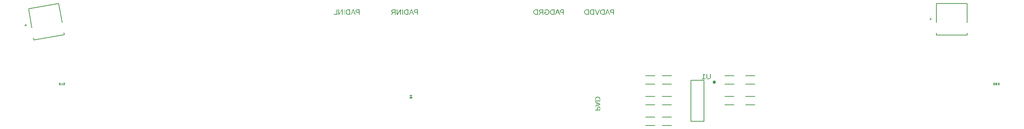
<source format=gbr>
G04 EAGLE Gerber RS-274X export*
G75*
%MOMM*%
%FSLAX34Y34*%
%LPD*%
%INSilkscreen Bottom*%
%IPPOS*%
%AMOC8*
5,1,8,0,0,1.08239X$1,22.5*%
G01*
G04 Define Apertures*
%ADD10C,0.127000*%
%ADD11C,0.152400*%
%ADD12C,0.406400*%
G36*
X1620281Y528665D02*
X1607940Y528665D01*
X1607940Y533281D01*
X1607952Y533721D01*
X1607988Y534148D01*
X1608047Y534562D01*
X1608130Y534963D01*
X1608238Y535350D01*
X1608369Y535725D01*
X1608523Y536086D01*
X1608702Y536434D01*
X1608903Y536766D01*
X1609125Y537078D01*
X1609368Y537371D01*
X1609631Y537645D01*
X1609916Y537899D01*
X1610222Y538134D01*
X1610548Y538349D01*
X1610896Y538545D01*
X1611261Y538719D01*
X1611642Y538871D01*
X1612037Y538998D01*
X1612447Y539103D01*
X1612872Y539185D01*
X1613313Y539243D01*
X1613768Y539278D01*
X1614237Y539289D01*
X1614595Y539283D01*
X1614941Y539263D01*
X1615278Y539229D01*
X1615604Y539183D01*
X1615920Y539123D01*
X1616225Y539050D01*
X1616520Y538963D01*
X1616805Y538863D01*
X1617079Y538750D01*
X1617343Y538624D01*
X1617596Y538484D01*
X1617840Y538331D01*
X1618072Y538165D01*
X1618295Y537985D01*
X1618507Y537792D01*
X1618709Y537586D01*
X1618899Y537367D01*
X1619077Y537138D01*
X1619243Y536897D01*
X1619396Y536644D01*
X1619538Y536381D01*
X1619667Y536107D01*
X1619783Y535821D01*
X1619888Y535524D01*
X1619980Y535216D01*
X1620060Y534897D01*
X1620127Y534567D01*
X1620183Y534225D01*
X1620226Y533872D01*
X1620256Y533508D01*
X1620275Y533133D01*
X1620281Y532747D01*
X1620281Y528665D01*
G37*
%LPC*%
G36*
X1618941Y530338D02*
X1618941Y532712D01*
X1618922Y533290D01*
X1618865Y533832D01*
X1618771Y534340D01*
X1618640Y534813D01*
X1618470Y535250D01*
X1618263Y535652D01*
X1618019Y536019D01*
X1617736Y536351D01*
X1617418Y536645D01*
X1617066Y536901D01*
X1616680Y537117D01*
X1616260Y537293D01*
X1615805Y537431D01*
X1615317Y537529D01*
X1614794Y537588D01*
X1614237Y537608D01*
X1613863Y537599D01*
X1613501Y537573D01*
X1613151Y537530D01*
X1612814Y537470D01*
X1612490Y537392D01*
X1612178Y537297D01*
X1611879Y537185D01*
X1611592Y537056D01*
X1611320Y536910D01*
X1611065Y536750D01*
X1610825Y536575D01*
X1610603Y536385D01*
X1610396Y536180D01*
X1610206Y535960D01*
X1610033Y535725D01*
X1609876Y535475D01*
X1609736Y535213D01*
X1609615Y534940D01*
X1609513Y534657D01*
X1609429Y534364D01*
X1609364Y534060D01*
X1609317Y533747D01*
X1609289Y533423D01*
X1609280Y533088D01*
X1609280Y530338D01*
X1618941Y530338D01*
G37*
%LPD*%
G36*
X1620281Y506071D02*
X1607940Y506071D01*
X1607940Y507744D01*
X1612748Y507744D01*
X1612748Y511370D01*
X1612765Y511848D01*
X1612813Y512300D01*
X1612894Y512727D01*
X1613007Y513128D01*
X1613152Y513503D01*
X1613330Y513853D01*
X1613540Y514177D01*
X1613782Y514475D01*
X1614052Y514743D01*
X1614344Y514975D01*
X1614658Y515172D01*
X1614995Y515333D01*
X1615354Y515458D01*
X1615736Y515547D01*
X1616140Y515600D01*
X1616567Y515618D01*
X1616997Y515600D01*
X1617402Y515547D01*
X1617782Y515458D01*
X1618137Y515334D01*
X1618467Y515173D01*
X1618773Y514978D01*
X1619053Y514747D01*
X1619309Y514480D01*
X1619536Y514180D01*
X1619734Y513852D01*
X1619901Y513494D01*
X1620038Y513107D01*
X1620144Y512690D01*
X1620220Y512245D01*
X1620266Y511770D01*
X1620281Y511265D01*
X1620281Y506071D01*
G37*
%LPC*%
G36*
X1618941Y507744D02*
X1618941Y511064D01*
X1618931Y511412D01*
X1618903Y511737D01*
X1618857Y512040D01*
X1618791Y512321D01*
X1618707Y512579D01*
X1618604Y512814D01*
X1618483Y513028D01*
X1618343Y513218D01*
X1618184Y513387D01*
X1618007Y513533D01*
X1617811Y513656D01*
X1617596Y513757D01*
X1617362Y513836D01*
X1617110Y513892D01*
X1616839Y513925D01*
X1616550Y513937D01*
X1616249Y513926D01*
X1615969Y513893D01*
X1615707Y513838D01*
X1615465Y513761D01*
X1615243Y513663D01*
X1615039Y513542D01*
X1614855Y513400D01*
X1614691Y513236D01*
X1614545Y513050D01*
X1614420Y512842D01*
X1614313Y512612D01*
X1614226Y512360D01*
X1614158Y512086D01*
X1614110Y511791D01*
X1614081Y511473D01*
X1614071Y511134D01*
X1614071Y507744D01*
X1618941Y507744D01*
G37*
%LPD*%
G36*
X1607940Y515260D02*
X1607940Y516994D01*
X1611549Y518413D01*
X1611549Y524036D01*
X1607940Y525446D01*
X1607940Y527154D01*
X1620281Y522197D01*
X1620281Y520296D01*
X1607940Y515260D01*
G37*
%LPC*%
G36*
X1612854Y518921D02*
X1616909Y520498D01*
X1617944Y520874D01*
X1618774Y521146D01*
X1619020Y521225D01*
X1618293Y521461D01*
X1617570Y521706D01*
X1616926Y521952D01*
X1612854Y523537D01*
X1612854Y518921D01*
G37*
%LPD*%
G36*
X243145Y709182D02*
X242797Y711762D01*
X240657Y710433D01*
X240065Y711520D01*
X242369Y712575D01*
X240362Y714427D01*
X241278Y715229D01*
X243013Y713258D01*
X243915Y715712D01*
X245051Y715272D01*
X243835Y712834D01*
X246379Y712633D01*
X246191Y711426D01*
X243758Y711913D01*
X244318Y709388D01*
X243145Y709182D01*
G37*
G36*
X1880023Y581867D02*
X1879635Y581876D01*
X1879260Y581903D01*
X1878898Y581948D01*
X1878548Y582011D01*
X1878212Y582092D01*
X1877889Y582190D01*
X1877579Y582307D01*
X1877282Y582442D01*
X1876999Y582593D01*
X1876733Y582761D01*
X1876484Y582945D01*
X1876251Y583145D01*
X1876034Y583361D01*
X1875834Y583593D01*
X1875650Y583840D01*
X1875483Y584104D01*
X1875334Y584383D01*
X1875205Y584674D01*
X1875095Y584978D01*
X1875006Y585295D01*
X1874936Y585625D01*
X1874887Y585968D01*
X1874857Y586324D01*
X1874847Y586693D01*
X1874847Y594405D01*
X1876514Y594405D01*
X1876514Y586789D01*
X1876528Y586366D01*
X1876572Y585969D01*
X1876644Y585598D01*
X1876745Y585253D01*
X1876876Y584934D01*
X1877035Y584642D01*
X1877223Y584375D01*
X1877440Y584135D01*
X1877683Y583922D01*
X1877949Y583738D01*
X1878238Y583582D01*
X1878551Y583454D01*
X1878886Y583355D01*
X1879245Y583284D01*
X1879627Y583241D01*
X1880032Y583227D01*
X1880426Y583241D01*
X1880796Y583282D01*
X1881142Y583350D01*
X1881465Y583446D01*
X1881763Y583570D01*
X1882038Y583721D01*
X1882288Y583899D01*
X1882515Y584104D01*
X1882717Y584337D01*
X1882891Y584594D01*
X1883039Y584877D01*
X1883160Y585186D01*
X1883254Y585520D01*
X1883321Y585879D01*
X1883362Y586265D01*
X1883375Y586675D01*
X1883375Y594405D01*
X1885051Y594405D01*
X1885051Y586535D01*
X1885041Y586177D01*
X1885012Y585832D01*
X1884963Y585499D01*
X1884895Y585179D01*
X1884808Y584872D01*
X1884700Y584577D01*
X1884574Y584295D01*
X1884428Y584025D01*
X1884264Y583770D01*
X1884085Y583530D01*
X1883889Y583306D01*
X1883678Y583098D01*
X1883450Y582905D01*
X1883207Y582727D01*
X1882948Y582566D01*
X1882673Y582420D01*
X1882384Y582290D01*
X1882083Y582178D01*
X1881770Y582083D01*
X1881445Y582005D01*
X1881108Y581945D01*
X1880758Y581902D01*
X1880397Y581876D01*
X1880023Y581867D01*
G37*
G36*
X1872100Y582043D02*
X1864352Y582043D01*
X1864352Y583385D01*
X1867362Y583385D01*
X1867362Y594405D01*
X1868818Y594405D01*
X1871740Y592396D01*
X1871740Y590904D01*
X1868950Y592896D01*
X1868950Y583385D01*
X1872100Y583385D01*
X1872100Y582043D01*
G37*
G36*
X1020695Y737780D02*
X1016079Y737780D01*
X1015639Y737792D01*
X1015212Y737828D01*
X1014798Y737887D01*
X1014397Y737970D01*
X1014010Y738078D01*
X1013635Y738209D01*
X1013274Y738363D01*
X1012926Y738542D01*
X1012594Y738743D01*
X1012282Y738965D01*
X1011989Y739208D01*
X1011715Y739471D01*
X1011461Y739756D01*
X1011226Y740062D01*
X1011011Y740388D01*
X1010815Y740736D01*
X1010641Y741101D01*
X1010489Y741482D01*
X1010362Y741877D01*
X1010257Y742287D01*
X1010175Y742712D01*
X1010117Y743153D01*
X1010082Y743608D01*
X1010071Y744077D01*
X1010077Y744435D01*
X1010097Y744781D01*
X1010131Y745118D01*
X1010177Y745444D01*
X1010237Y745760D01*
X1010310Y746065D01*
X1010397Y746360D01*
X1010497Y746645D01*
X1010610Y746919D01*
X1010736Y747183D01*
X1010876Y747436D01*
X1011029Y747680D01*
X1011195Y747912D01*
X1011375Y748135D01*
X1011568Y748347D01*
X1011774Y748549D01*
X1011993Y748739D01*
X1012223Y748917D01*
X1012463Y749083D01*
X1012716Y749236D01*
X1012979Y749378D01*
X1013253Y749507D01*
X1013539Y749623D01*
X1013836Y749728D01*
X1014144Y749820D01*
X1014463Y749900D01*
X1014793Y749967D01*
X1015135Y750023D01*
X1015488Y750066D01*
X1015852Y750096D01*
X1016227Y750115D01*
X1016613Y750121D01*
X1020695Y750121D01*
X1020695Y737780D01*
G37*
%LPC*%
G36*
X1019022Y739120D02*
X1019022Y748781D01*
X1016648Y748781D01*
X1016070Y748762D01*
X1015528Y748705D01*
X1015020Y748611D01*
X1014547Y748480D01*
X1014110Y748310D01*
X1013708Y748103D01*
X1013341Y747859D01*
X1013009Y747576D01*
X1012715Y747258D01*
X1012459Y746906D01*
X1012243Y746520D01*
X1012067Y746100D01*
X1011929Y745645D01*
X1011831Y745157D01*
X1011772Y744634D01*
X1011752Y744077D01*
X1011761Y743703D01*
X1011787Y743341D01*
X1011830Y742991D01*
X1011890Y742654D01*
X1011968Y742330D01*
X1012063Y742018D01*
X1012175Y741719D01*
X1012304Y741432D01*
X1012450Y741160D01*
X1012610Y740905D01*
X1012785Y740665D01*
X1012975Y740443D01*
X1013180Y740236D01*
X1013400Y740046D01*
X1013635Y739873D01*
X1013885Y739716D01*
X1014147Y739576D01*
X1014420Y739455D01*
X1014703Y739353D01*
X1014996Y739269D01*
X1015300Y739204D01*
X1015614Y739157D01*
X1015938Y739129D01*
X1016272Y739120D01*
X1019022Y739120D01*
G37*
%LPD*%
G36*
X1043289Y737780D02*
X1041616Y737780D01*
X1041616Y742588D01*
X1037990Y742588D01*
X1037512Y742605D01*
X1037060Y742653D01*
X1036633Y742734D01*
X1036232Y742847D01*
X1035857Y742992D01*
X1035507Y743170D01*
X1035183Y743380D01*
X1034885Y743622D01*
X1034617Y743892D01*
X1034385Y744184D01*
X1034188Y744498D01*
X1034028Y744835D01*
X1033903Y745194D01*
X1033813Y745576D01*
X1033760Y745980D01*
X1033742Y746407D01*
X1033760Y746837D01*
X1033813Y747242D01*
X1033902Y747622D01*
X1034026Y747977D01*
X1034187Y748307D01*
X1034382Y748613D01*
X1034614Y748893D01*
X1034880Y749149D01*
X1035180Y749376D01*
X1035508Y749574D01*
X1035866Y749741D01*
X1036253Y749878D01*
X1036670Y749984D01*
X1037115Y750060D01*
X1037590Y750106D01*
X1038095Y750121D01*
X1043289Y750121D01*
X1043289Y737780D01*
G37*
%LPC*%
G36*
X1041616Y743911D02*
X1041616Y748781D01*
X1038296Y748781D01*
X1037948Y748771D01*
X1037623Y748743D01*
X1037320Y748697D01*
X1037039Y748631D01*
X1036781Y748547D01*
X1036546Y748444D01*
X1036332Y748323D01*
X1036142Y748183D01*
X1035973Y748024D01*
X1035827Y747847D01*
X1035704Y747651D01*
X1035603Y747436D01*
X1035524Y747202D01*
X1035468Y746950D01*
X1035435Y746679D01*
X1035423Y746390D01*
X1035434Y746089D01*
X1035467Y745809D01*
X1035522Y745547D01*
X1035599Y745305D01*
X1035697Y745083D01*
X1035818Y744879D01*
X1035960Y744695D01*
X1036124Y744531D01*
X1036310Y744385D01*
X1036518Y744260D01*
X1036748Y744153D01*
X1037000Y744066D01*
X1037274Y743998D01*
X1037569Y743950D01*
X1037887Y743921D01*
X1038226Y743911D01*
X1041616Y743911D01*
G37*
%LPD*%
G36*
X1023914Y737780D02*
X1022206Y737780D01*
X1027163Y750121D01*
X1029064Y750121D01*
X1034100Y737780D01*
X1032366Y737780D01*
X1030947Y741389D01*
X1025324Y741389D01*
X1023914Y737780D01*
G37*
%LPC*%
G36*
X1030439Y742694D02*
X1028862Y746749D01*
X1028486Y747784D01*
X1028214Y748614D01*
X1028135Y748860D01*
X1027899Y748133D01*
X1027654Y747410D01*
X1027408Y746766D01*
X1025823Y742694D01*
X1030439Y742694D01*
G37*
%LPD*%
G36*
X994752Y737780D02*
X992738Y737780D01*
X992738Y750121D01*
X994244Y750121D01*
X994244Y742028D01*
X994218Y741021D01*
X994139Y739540D01*
X1000813Y750121D01*
X1002757Y750121D01*
X1002757Y737780D01*
X1001268Y737780D01*
X1001268Y745978D01*
X1001312Y747441D01*
X1001356Y748290D01*
X994752Y737780D01*
G37*
G36*
X989789Y737780D02*
X981880Y737780D01*
X981880Y739146D01*
X988116Y739146D01*
X988116Y750121D01*
X989789Y750121D01*
X989789Y737780D01*
G37*
G36*
X1007542Y737780D02*
X1005869Y737780D01*
X1005869Y750121D01*
X1007542Y750121D01*
X1007542Y737780D01*
G37*
G36*
X1160695Y737780D02*
X1156079Y737780D01*
X1155639Y737792D01*
X1155212Y737828D01*
X1154798Y737887D01*
X1154397Y737970D01*
X1154010Y738078D01*
X1153635Y738209D01*
X1153274Y738363D01*
X1152926Y738542D01*
X1152594Y738743D01*
X1152282Y738965D01*
X1151989Y739208D01*
X1151715Y739471D01*
X1151461Y739756D01*
X1151226Y740062D01*
X1151011Y740388D01*
X1150815Y740736D01*
X1150641Y741101D01*
X1150489Y741482D01*
X1150362Y741877D01*
X1150257Y742287D01*
X1150175Y742712D01*
X1150117Y743153D01*
X1150082Y743608D01*
X1150071Y744077D01*
X1150077Y744435D01*
X1150097Y744781D01*
X1150131Y745118D01*
X1150177Y745444D01*
X1150237Y745760D01*
X1150310Y746065D01*
X1150397Y746360D01*
X1150497Y746645D01*
X1150610Y746919D01*
X1150736Y747183D01*
X1150876Y747436D01*
X1151029Y747680D01*
X1151195Y747912D01*
X1151375Y748135D01*
X1151568Y748347D01*
X1151774Y748549D01*
X1151993Y748739D01*
X1152223Y748917D01*
X1152463Y749083D01*
X1152716Y749236D01*
X1152979Y749378D01*
X1153253Y749507D01*
X1153539Y749623D01*
X1153836Y749728D01*
X1154144Y749820D01*
X1154463Y749900D01*
X1154793Y749967D01*
X1155135Y750023D01*
X1155488Y750066D01*
X1155852Y750096D01*
X1156227Y750115D01*
X1156613Y750121D01*
X1160695Y750121D01*
X1160695Y737780D01*
G37*
%LPC*%
G36*
X1159022Y739120D02*
X1159022Y748781D01*
X1156648Y748781D01*
X1156070Y748762D01*
X1155528Y748705D01*
X1155020Y748611D01*
X1154547Y748480D01*
X1154110Y748310D01*
X1153708Y748103D01*
X1153341Y747859D01*
X1153009Y747576D01*
X1152715Y747258D01*
X1152459Y746906D01*
X1152243Y746520D01*
X1152067Y746100D01*
X1151929Y745645D01*
X1151831Y745157D01*
X1151772Y744634D01*
X1151752Y744077D01*
X1151761Y743703D01*
X1151787Y743341D01*
X1151830Y742991D01*
X1151890Y742654D01*
X1151968Y742330D01*
X1152063Y742018D01*
X1152175Y741719D01*
X1152304Y741432D01*
X1152450Y741160D01*
X1152610Y740905D01*
X1152785Y740665D01*
X1152975Y740443D01*
X1153180Y740236D01*
X1153400Y740046D01*
X1153635Y739873D01*
X1153885Y739716D01*
X1154147Y739576D01*
X1154420Y739455D01*
X1154703Y739353D01*
X1154996Y739269D01*
X1155300Y739204D01*
X1155614Y739157D01*
X1155938Y739129D01*
X1156272Y739120D01*
X1159022Y739120D01*
G37*
%LPD*%
G36*
X1121065Y737780D02*
X1119138Y737780D01*
X1121150Y740833D01*
X1122642Y743096D01*
X1122299Y743169D01*
X1121975Y743262D01*
X1121670Y743378D01*
X1121384Y743515D01*
X1121228Y743607D01*
X1121117Y743673D01*
X1120869Y743854D01*
X1120640Y744055D01*
X1120430Y744279D01*
X1120242Y744520D01*
X1120079Y744775D01*
X1119942Y745043D01*
X1119829Y745325D01*
X1119741Y745621D01*
X1119679Y745931D01*
X1119641Y746254D01*
X1119629Y746591D01*
X1119646Y746996D01*
X1119700Y747377D01*
X1119788Y747736D01*
X1119912Y748072D01*
X1120072Y748386D01*
X1120267Y748676D01*
X1120497Y748943D01*
X1120763Y749188D01*
X1121061Y749407D01*
X1121389Y749596D01*
X1121747Y749756D01*
X1122135Y749888D01*
X1122552Y749990D01*
X1122999Y750062D01*
X1123475Y750106D01*
X1123982Y750121D01*
X1129789Y750121D01*
X1129789Y737780D01*
X1128116Y737780D01*
X1128116Y742904D01*
X1124271Y742904D01*
X1121065Y737780D01*
G37*
%LPC*%
G36*
X1128116Y744226D02*
X1128116Y748781D01*
X1124148Y748781D01*
X1123814Y748772D01*
X1123501Y748745D01*
X1123207Y748701D01*
X1122934Y748640D01*
X1122681Y748560D01*
X1122448Y748463D01*
X1122235Y748348D01*
X1122042Y748216D01*
X1121870Y748067D01*
X1121722Y747901D01*
X1121596Y747720D01*
X1121493Y747523D01*
X1121413Y747310D01*
X1121356Y747080D01*
X1121322Y746835D01*
X1121310Y746574D01*
X1121322Y746303D01*
X1121355Y746048D01*
X1121412Y745809D01*
X1121491Y745585D01*
X1121593Y745376D01*
X1121717Y745183D01*
X1121864Y745006D01*
X1122033Y744844D01*
X1122223Y744699D01*
X1122432Y744574D01*
X1122659Y744467D01*
X1122905Y744381D01*
X1123170Y744313D01*
X1123454Y744265D01*
X1123757Y744236D01*
X1124078Y744226D01*
X1128116Y744226D01*
G37*
%LPD*%
G36*
X1183289Y737780D02*
X1181616Y737780D01*
X1181616Y742588D01*
X1177990Y742588D01*
X1177512Y742605D01*
X1177060Y742653D01*
X1176633Y742734D01*
X1176232Y742847D01*
X1175857Y742992D01*
X1175507Y743170D01*
X1175183Y743380D01*
X1174885Y743622D01*
X1174617Y743892D01*
X1174385Y744184D01*
X1174188Y744498D01*
X1174028Y744835D01*
X1173903Y745194D01*
X1173813Y745576D01*
X1173760Y745980D01*
X1173742Y746407D01*
X1173760Y746837D01*
X1173813Y747242D01*
X1173902Y747622D01*
X1174026Y747977D01*
X1174187Y748307D01*
X1174382Y748613D01*
X1174614Y748893D01*
X1174880Y749149D01*
X1175180Y749376D01*
X1175508Y749574D01*
X1175866Y749741D01*
X1176253Y749878D01*
X1176670Y749984D01*
X1177115Y750060D01*
X1177590Y750106D01*
X1178095Y750121D01*
X1183289Y750121D01*
X1183289Y737780D01*
G37*
%LPC*%
G36*
X1181616Y743911D02*
X1181616Y748781D01*
X1178296Y748781D01*
X1177948Y748771D01*
X1177623Y748743D01*
X1177320Y748697D01*
X1177039Y748631D01*
X1176781Y748547D01*
X1176546Y748444D01*
X1176332Y748323D01*
X1176142Y748183D01*
X1175973Y748024D01*
X1175827Y747847D01*
X1175704Y747651D01*
X1175603Y747436D01*
X1175524Y747202D01*
X1175468Y746950D01*
X1175435Y746679D01*
X1175423Y746390D01*
X1175434Y746089D01*
X1175467Y745809D01*
X1175522Y745547D01*
X1175599Y745305D01*
X1175697Y745083D01*
X1175818Y744879D01*
X1175960Y744695D01*
X1176124Y744531D01*
X1176310Y744385D01*
X1176518Y744260D01*
X1176748Y744153D01*
X1177000Y744066D01*
X1177274Y743998D01*
X1177569Y743950D01*
X1177887Y743921D01*
X1178226Y743911D01*
X1181616Y743911D01*
G37*
%LPD*%
G36*
X1163914Y737780D02*
X1162206Y737780D01*
X1167163Y750121D01*
X1169064Y750121D01*
X1174100Y737780D01*
X1172366Y737780D01*
X1170947Y741389D01*
X1165324Y741389D01*
X1163914Y737780D01*
G37*
%LPC*%
G36*
X1170439Y742694D02*
X1168862Y746749D01*
X1168486Y747784D01*
X1168214Y748614D01*
X1168135Y748860D01*
X1167899Y748133D01*
X1167654Y747410D01*
X1167408Y746766D01*
X1165823Y742694D01*
X1170439Y742694D01*
G37*
%LPD*%
G36*
X1134752Y737780D02*
X1132738Y737780D01*
X1132738Y750121D01*
X1134244Y750121D01*
X1134244Y742028D01*
X1134218Y741021D01*
X1134139Y739540D01*
X1140813Y750121D01*
X1142757Y750121D01*
X1142757Y737780D01*
X1141268Y737780D01*
X1141268Y745978D01*
X1141312Y747441D01*
X1141356Y748290D01*
X1134752Y737780D01*
G37*
G36*
X1147542Y737780D02*
X1145869Y737780D01*
X1145869Y750121D01*
X1147542Y750121D01*
X1147542Y737780D01*
G37*
G36*
X1470820Y737780D02*
X1466204Y737780D01*
X1465764Y737792D01*
X1465337Y737828D01*
X1464923Y737887D01*
X1464522Y737970D01*
X1464135Y738078D01*
X1463760Y738209D01*
X1463399Y738363D01*
X1463051Y738542D01*
X1462719Y738743D01*
X1462407Y738965D01*
X1462114Y739208D01*
X1461840Y739471D01*
X1461586Y739756D01*
X1461351Y740062D01*
X1461136Y740388D01*
X1460940Y740736D01*
X1460766Y741101D01*
X1460614Y741482D01*
X1460487Y741877D01*
X1460382Y742287D01*
X1460300Y742712D01*
X1460242Y743153D01*
X1460207Y743608D01*
X1460196Y744077D01*
X1460202Y744435D01*
X1460222Y744781D01*
X1460256Y745118D01*
X1460302Y745444D01*
X1460362Y745760D01*
X1460435Y746065D01*
X1460522Y746360D01*
X1460622Y746645D01*
X1460735Y746919D01*
X1460861Y747183D01*
X1461001Y747436D01*
X1461154Y747680D01*
X1461320Y747912D01*
X1461500Y748135D01*
X1461693Y748347D01*
X1461899Y748549D01*
X1462118Y748739D01*
X1462348Y748917D01*
X1462588Y749083D01*
X1462841Y749236D01*
X1463104Y749378D01*
X1463378Y749507D01*
X1463664Y749623D01*
X1463961Y749728D01*
X1464269Y749820D01*
X1464588Y749900D01*
X1464918Y749967D01*
X1465260Y750023D01*
X1465613Y750066D01*
X1465977Y750096D01*
X1466352Y750115D01*
X1466738Y750121D01*
X1470820Y750121D01*
X1470820Y737780D01*
G37*
%LPC*%
G36*
X1469147Y739120D02*
X1469147Y748781D01*
X1466773Y748781D01*
X1466195Y748762D01*
X1465653Y748705D01*
X1465145Y748611D01*
X1464672Y748480D01*
X1464235Y748310D01*
X1463833Y748103D01*
X1463466Y747859D01*
X1463134Y747576D01*
X1462840Y747258D01*
X1462584Y746906D01*
X1462368Y746520D01*
X1462192Y746100D01*
X1462054Y745645D01*
X1461956Y745157D01*
X1461897Y744634D01*
X1461877Y744077D01*
X1461886Y743703D01*
X1461912Y743341D01*
X1461955Y742991D01*
X1462015Y742654D01*
X1462093Y742330D01*
X1462188Y742018D01*
X1462300Y741719D01*
X1462429Y741432D01*
X1462575Y741160D01*
X1462735Y740905D01*
X1462910Y740665D01*
X1463100Y740443D01*
X1463305Y740236D01*
X1463525Y740046D01*
X1463760Y739873D01*
X1464010Y739716D01*
X1464272Y739576D01*
X1464545Y739455D01*
X1464828Y739353D01*
X1465121Y739269D01*
X1465425Y739204D01*
X1465739Y739157D01*
X1466063Y739129D01*
X1466397Y739120D01*
X1469147Y739120D01*
G37*
%LPD*%
G36*
X1510695Y737780D02*
X1506079Y737780D01*
X1505639Y737792D01*
X1505212Y737828D01*
X1504798Y737887D01*
X1504397Y737970D01*
X1504010Y738078D01*
X1503635Y738209D01*
X1503274Y738363D01*
X1502926Y738542D01*
X1502594Y738743D01*
X1502282Y738965D01*
X1501989Y739208D01*
X1501715Y739471D01*
X1501461Y739756D01*
X1501226Y740062D01*
X1501011Y740388D01*
X1500815Y740736D01*
X1500641Y741101D01*
X1500489Y741482D01*
X1500362Y741877D01*
X1500257Y742287D01*
X1500175Y742712D01*
X1500117Y743153D01*
X1500082Y743608D01*
X1500071Y744077D01*
X1500077Y744435D01*
X1500097Y744781D01*
X1500131Y745118D01*
X1500177Y745444D01*
X1500237Y745760D01*
X1500310Y746065D01*
X1500397Y746360D01*
X1500497Y746645D01*
X1500610Y746919D01*
X1500736Y747183D01*
X1500876Y747436D01*
X1501029Y747680D01*
X1501195Y747912D01*
X1501375Y748135D01*
X1501568Y748347D01*
X1501774Y748549D01*
X1501993Y748739D01*
X1502223Y748917D01*
X1502463Y749083D01*
X1502716Y749236D01*
X1502979Y749378D01*
X1503253Y749507D01*
X1503539Y749623D01*
X1503836Y749728D01*
X1504144Y749820D01*
X1504463Y749900D01*
X1504793Y749967D01*
X1505135Y750023D01*
X1505488Y750066D01*
X1505852Y750096D01*
X1506227Y750115D01*
X1506613Y750121D01*
X1510695Y750121D01*
X1510695Y737780D01*
G37*
%LPC*%
G36*
X1509022Y739120D02*
X1509022Y748781D01*
X1506648Y748781D01*
X1506070Y748762D01*
X1505528Y748705D01*
X1505020Y748611D01*
X1504547Y748480D01*
X1504110Y748310D01*
X1503708Y748103D01*
X1503341Y747859D01*
X1503009Y747576D01*
X1502715Y747258D01*
X1502459Y746906D01*
X1502243Y746520D01*
X1502067Y746100D01*
X1501929Y745645D01*
X1501831Y745157D01*
X1501772Y744634D01*
X1501752Y744077D01*
X1501761Y743703D01*
X1501787Y743341D01*
X1501830Y742991D01*
X1501890Y742654D01*
X1501968Y742330D01*
X1502063Y742018D01*
X1502175Y741719D01*
X1502304Y741432D01*
X1502450Y741160D01*
X1502610Y740905D01*
X1502785Y740665D01*
X1502975Y740443D01*
X1503180Y740236D01*
X1503400Y740046D01*
X1503635Y739873D01*
X1503885Y739716D01*
X1504147Y739576D01*
X1504420Y739455D01*
X1504703Y739353D01*
X1504996Y739269D01*
X1505300Y739204D01*
X1505614Y739157D01*
X1505938Y739129D01*
X1506272Y739120D01*
X1509022Y739120D01*
G37*
%LPD*%
G36*
X1475065Y737780D02*
X1473138Y737780D01*
X1475150Y740833D01*
X1476642Y743096D01*
X1476299Y743169D01*
X1475975Y743262D01*
X1475670Y743378D01*
X1475384Y743515D01*
X1475228Y743607D01*
X1475117Y743673D01*
X1474869Y743854D01*
X1474640Y744055D01*
X1474430Y744279D01*
X1474242Y744520D01*
X1474079Y744775D01*
X1473942Y745043D01*
X1473829Y745325D01*
X1473741Y745621D01*
X1473679Y745931D01*
X1473641Y746254D01*
X1473629Y746591D01*
X1473646Y746996D01*
X1473700Y747377D01*
X1473788Y747736D01*
X1473912Y748072D01*
X1474072Y748386D01*
X1474267Y748676D01*
X1474497Y748943D01*
X1474763Y749188D01*
X1475061Y749407D01*
X1475389Y749596D01*
X1475747Y749756D01*
X1476135Y749888D01*
X1476552Y749990D01*
X1476999Y750062D01*
X1477475Y750106D01*
X1477982Y750121D01*
X1483789Y750121D01*
X1483789Y737780D01*
X1482116Y737780D01*
X1482116Y742904D01*
X1478271Y742904D01*
X1475065Y737780D01*
G37*
%LPC*%
G36*
X1482116Y744226D02*
X1482116Y748781D01*
X1478148Y748781D01*
X1477814Y748772D01*
X1477501Y748745D01*
X1477207Y748701D01*
X1476934Y748640D01*
X1476681Y748560D01*
X1476448Y748463D01*
X1476235Y748348D01*
X1476042Y748216D01*
X1475870Y748067D01*
X1475722Y747901D01*
X1475596Y747720D01*
X1475493Y747523D01*
X1475413Y747310D01*
X1475356Y747080D01*
X1475322Y746835D01*
X1475310Y746574D01*
X1475322Y746303D01*
X1475355Y746048D01*
X1475412Y745809D01*
X1475491Y745585D01*
X1475593Y745376D01*
X1475717Y745183D01*
X1475864Y745006D01*
X1476033Y744844D01*
X1476223Y744699D01*
X1476432Y744574D01*
X1476659Y744467D01*
X1476905Y744381D01*
X1477170Y744313D01*
X1477454Y744265D01*
X1477757Y744236D01*
X1478078Y744226D01*
X1482116Y744226D01*
G37*
%LPD*%
G36*
X1533289Y737780D02*
X1531616Y737780D01*
X1531616Y742588D01*
X1527990Y742588D01*
X1527512Y742605D01*
X1527060Y742653D01*
X1526633Y742734D01*
X1526232Y742847D01*
X1525857Y742992D01*
X1525507Y743170D01*
X1525183Y743380D01*
X1524885Y743622D01*
X1524617Y743892D01*
X1524385Y744184D01*
X1524188Y744498D01*
X1524028Y744835D01*
X1523903Y745194D01*
X1523813Y745576D01*
X1523760Y745980D01*
X1523742Y746407D01*
X1523760Y746837D01*
X1523813Y747242D01*
X1523902Y747622D01*
X1524026Y747977D01*
X1524187Y748307D01*
X1524382Y748613D01*
X1524614Y748893D01*
X1524880Y749149D01*
X1525180Y749376D01*
X1525508Y749574D01*
X1525866Y749741D01*
X1526253Y749878D01*
X1526670Y749984D01*
X1527115Y750060D01*
X1527590Y750106D01*
X1528095Y750121D01*
X1533289Y750121D01*
X1533289Y737780D01*
G37*
%LPC*%
G36*
X1531616Y743911D02*
X1531616Y748781D01*
X1528296Y748781D01*
X1527948Y748771D01*
X1527623Y748743D01*
X1527320Y748697D01*
X1527039Y748631D01*
X1526781Y748547D01*
X1526546Y748444D01*
X1526332Y748323D01*
X1526142Y748183D01*
X1525973Y748024D01*
X1525827Y747847D01*
X1525704Y747651D01*
X1525603Y747436D01*
X1525524Y747202D01*
X1525468Y746950D01*
X1525435Y746679D01*
X1525423Y746390D01*
X1525434Y746089D01*
X1525467Y745809D01*
X1525522Y745547D01*
X1525599Y745305D01*
X1525697Y745083D01*
X1525818Y744879D01*
X1525960Y744695D01*
X1526124Y744531D01*
X1526310Y744385D01*
X1526518Y744260D01*
X1526748Y744153D01*
X1527000Y744066D01*
X1527274Y743998D01*
X1527569Y743950D01*
X1527887Y743921D01*
X1528226Y743911D01*
X1531616Y743911D01*
G37*
%LPD*%
G36*
X1513914Y737780D02*
X1512206Y737780D01*
X1517163Y750121D01*
X1519064Y750121D01*
X1524100Y737780D01*
X1522366Y737780D01*
X1520947Y741389D01*
X1515324Y741389D01*
X1513914Y737780D01*
G37*
%LPC*%
G36*
X1520439Y742694D02*
X1518862Y746749D01*
X1518486Y747784D01*
X1518214Y748614D01*
X1518135Y748860D01*
X1517899Y748133D01*
X1517654Y747410D01*
X1517408Y746766D01*
X1515823Y742694D01*
X1520439Y742694D01*
G37*
%LPD*%
G36*
X1492077Y737605D02*
X1491665Y737613D01*
X1491260Y737639D01*
X1490863Y737682D01*
X1490473Y737742D01*
X1490091Y737819D01*
X1489716Y737913D01*
X1489349Y738024D01*
X1488989Y738152D01*
X1488641Y738296D01*
X1488305Y738454D01*
X1487984Y738626D01*
X1487677Y738812D01*
X1487383Y739013D01*
X1487103Y739227D01*
X1486837Y739456D01*
X1486585Y739698D01*
X1486585Y743955D01*
X1491814Y743955D01*
X1491814Y742553D01*
X1488127Y742553D01*
X1488127Y740329D01*
X1488476Y740030D01*
X1488874Y739764D01*
X1489323Y739531D01*
X1489822Y739330D01*
X1490355Y739169D01*
X1490909Y739054D01*
X1491483Y738985D01*
X1492077Y738962D01*
X1492592Y738984D01*
X1493079Y739047D01*
X1493537Y739153D01*
X1493966Y739301D01*
X1494367Y739491D01*
X1494739Y739724D01*
X1495082Y739998D01*
X1495396Y740316D01*
X1495678Y740669D01*
X1495921Y741054D01*
X1496128Y741469D01*
X1496296Y741915D01*
X1496428Y742392D01*
X1496521Y742900D01*
X1496577Y743438D01*
X1496596Y744007D01*
X1496579Y744578D01*
X1496526Y745115D01*
X1496437Y745619D01*
X1496314Y746091D01*
X1496155Y746529D01*
X1495961Y746935D01*
X1495731Y747307D01*
X1495466Y747647D01*
X1495168Y747949D01*
X1494839Y748212D01*
X1494477Y748434D01*
X1494085Y748615D01*
X1493661Y748757D01*
X1493205Y748858D01*
X1492718Y748918D01*
X1492199Y748938D01*
X1491863Y748931D01*
X1491540Y748908D01*
X1491232Y748871D01*
X1490937Y748818D01*
X1490657Y748750D01*
X1490391Y748667D01*
X1490138Y748570D01*
X1489900Y748457D01*
X1489676Y748327D01*
X1489463Y748180D01*
X1489263Y748015D01*
X1489076Y747833D01*
X1488901Y747632D01*
X1488738Y747414D01*
X1488588Y747178D01*
X1488451Y746924D01*
X1486857Y747397D01*
X1487039Y747765D01*
X1487239Y748107D01*
X1487458Y748423D01*
X1487695Y748713D01*
X1487951Y748977D01*
X1488225Y749215D01*
X1488517Y749427D01*
X1488827Y749613D01*
X1489159Y749775D01*
X1489515Y749916D01*
X1489895Y750034D01*
X1490299Y750132D01*
X1490727Y750207D01*
X1491179Y750261D01*
X1491655Y750294D01*
X1492156Y750305D01*
X1492515Y750298D01*
X1492864Y750279D01*
X1493204Y750247D01*
X1493532Y750202D01*
X1493851Y750144D01*
X1494160Y750073D01*
X1494458Y749990D01*
X1494746Y749893D01*
X1495024Y749784D01*
X1495292Y749662D01*
X1495549Y749526D01*
X1495796Y749379D01*
X1496034Y749218D01*
X1496261Y749044D01*
X1496684Y748658D01*
X1497062Y748225D01*
X1497232Y747993D01*
X1497389Y747750D01*
X1497534Y747496D01*
X1497666Y747232D01*
X1497785Y746957D01*
X1497893Y746672D01*
X1497987Y746376D01*
X1498069Y746070D01*
X1498138Y745752D01*
X1498195Y745425D01*
X1498239Y745086D01*
X1498270Y744737D01*
X1498289Y744378D01*
X1498295Y744007D01*
X1498284Y743525D01*
X1498249Y743058D01*
X1498191Y742608D01*
X1498110Y742174D01*
X1498006Y741755D01*
X1497879Y741353D01*
X1497729Y740966D01*
X1497555Y740596D01*
X1497360Y740244D01*
X1497144Y739914D01*
X1496907Y739604D01*
X1496650Y739316D01*
X1496372Y739049D01*
X1496073Y738803D01*
X1495754Y738579D01*
X1495414Y738376D01*
X1495055Y738195D01*
X1494680Y738038D01*
X1494288Y737906D01*
X1493879Y737798D01*
X1493453Y737713D01*
X1493011Y737653D01*
X1492552Y737617D01*
X1492077Y737605D01*
G37*
G36*
X1592789Y737780D02*
X1588173Y737780D01*
X1587733Y737792D01*
X1587306Y737828D01*
X1586892Y737887D01*
X1586491Y737970D01*
X1586104Y738078D01*
X1585729Y738209D01*
X1585368Y738363D01*
X1585020Y738542D01*
X1584688Y738743D01*
X1584375Y738965D01*
X1584082Y739208D01*
X1583809Y739471D01*
X1583555Y739756D01*
X1583320Y740062D01*
X1583105Y740388D01*
X1582909Y740736D01*
X1582734Y741101D01*
X1582583Y741482D01*
X1582455Y741877D01*
X1582351Y742287D01*
X1582269Y742712D01*
X1582211Y743153D01*
X1582176Y743608D01*
X1582164Y744077D01*
X1582171Y744435D01*
X1582191Y744781D01*
X1582224Y745118D01*
X1582271Y745444D01*
X1582331Y745760D01*
X1582404Y746065D01*
X1582491Y746360D01*
X1582590Y746645D01*
X1582703Y746919D01*
X1582830Y747183D01*
X1582970Y747436D01*
X1583123Y747680D01*
X1583289Y747912D01*
X1583469Y748135D01*
X1583662Y748347D01*
X1583868Y748549D01*
X1584087Y748739D01*
X1584316Y748917D01*
X1584557Y749083D01*
X1584809Y749236D01*
X1585073Y749378D01*
X1585347Y749507D01*
X1585633Y749623D01*
X1585930Y749728D01*
X1586238Y749820D01*
X1586557Y749900D01*
X1586887Y749967D01*
X1587229Y750023D01*
X1587582Y750066D01*
X1587946Y750096D01*
X1588321Y750115D01*
X1588707Y750121D01*
X1592789Y750121D01*
X1592789Y737780D01*
G37*
%LPC*%
G36*
X1591116Y739120D02*
X1591116Y748781D01*
X1588742Y748781D01*
X1588164Y748762D01*
X1587621Y748705D01*
X1587114Y748611D01*
X1586641Y748480D01*
X1586204Y748310D01*
X1585802Y748103D01*
X1585435Y747859D01*
X1585103Y747576D01*
X1584808Y747258D01*
X1584553Y746906D01*
X1584337Y746520D01*
X1584160Y746100D01*
X1584023Y745645D01*
X1583925Y745157D01*
X1583866Y744634D01*
X1583846Y744077D01*
X1583855Y743703D01*
X1583881Y743341D01*
X1583924Y742991D01*
X1583984Y742654D01*
X1584062Y742330D01*
X1584157Y742018D01*
X1584269Y741719D01*
X1584398Y741432D01*
X1584543Y741160D01*
X1584704Y740905D01*
X1584879Y740665D01*
X1585069Y740443D01*
X1585274Y740236D01*
X1585494Y740046D01*
X1585729Y739873D01*
X1585979Y739716D01*
X1586241Y739576D01*
X1586514Y739455D01*
X1586797Y739353D01*
X1587090Y739269D01*
X1587394Y739204D01*
X1587707Y739157D01*
X1588031Y739129D01*
X1588366Y739120D01*
X1591116Y739120D01*
G37*
%LPD*%
G36*
X1605757Y737780D02*
X1601142Y737780D01*
X1600701Y737792D01*
X1600274Y737828D01*
X1599861Y737887D01*
X1599460Y737970D01*
X1599072Y738078D01*
X1598698Y738209D01*
X1598337Y738363D01*
X1597989Y738542D01*
X1597657Y738743D01*
X1597344Y738965D01*
X1597051Y739208D01*
X1596778Y739471D01*
X1596524Y739756D01*
X1596289Y740062D01*
X1596074Y740388D01*
X1595878Y740736D01*
X1595703Y741101D01*
X1595552Y741482D01*
X1595424Y741877D01*
X1595319Y742287D01*
X1595238Y742712D01*
X1595180Y743153D01*
X1595145Y743608D01*
X1595133Y744077D01*
X1595140Y744435D01*
X1595160Y744781D01*
X1595193Y745118D01*
X1595240Y745444D01*
X1595300Y745760D01*
X1595373Y746065D01*
X1595459Y746360D01*
X1595559Y746645D01*
X1595672Y746919D01*
X1595799Y747183D01*
X1595938Y747436D01*
X1596091Y747680D01*
X1596258Y747912D01*
X1596438Y748135D01*
X1596630Y748347D01*
X1596837Y748549D01*
X1597055Y748739D01*
X1597285Y748917D01*
X1597526Y749083D01*
X1597778Y749236D01*
X1598041Y749378D01*
X1598316Y749507D01*
X1598601Y749623D01*
X1598898Y749728D01*
X1599206Y749820D01*
X1599526Y749900D01*
X1599856Y749967D01*
X1600198Y750023D01*
X1600550Y750066D01*
X1600914Y750096D01*
X1601290Y750115D01*
X1601676Y750121D01*
X1605757Y750121D01*
X1605757Y737780D01*
G37*
%LPC*%
G36*
X1604084Y739120D02*
X1604084Y748781D01*
X1601711Y748781D01*
X1601133Y748762D01*
X1600590Y748705D01*
X1600082Y748611D01*
X1599610Y748480D01*
X1599173Y748310D01*
X1598770Y748103D01*
X1598404Y747859D01*
X1598072Y747576D01*
X1597777Y747258D01*
X1597522Y746906D01*
X1597306Y746520D01*
X1597129Y746100D01*
X1596992Y745645D01*
X1596893Y745157D01*
X1596835Y744634D01*
X1596815Y744077D01*
X1596823Y743703D01*
X1596849Y743341D01*
X1596892Y742991D01*
X1596953Y742654D01*
X1597030Y742330D01*
X1597125Y742018D01*
X1597237Y741719D01*
X1597367Y741432D01*
X1597512Y741160D01*
X1597672Y740905D01*
X1597848Y740665D01*
X1598038Y740443D01*
X1598243Y740236D01*
X1598463Y740046D01*
X1598698Y739873D01*
X1598948Y739716D01*
X1599210Y739576D01*
X1599483Y739455D01*
X1599766Y739353D01*
X1600059Y739269D01*
X1600362Y739204D01*
X1600676Y739157D01*
X1601000Y739129D01*
X1601334Y739120D01*
X1604084Y739120D01*
G37*
%LPD*%
G36*
X1630695Y737780D02*
X1626079Y737780D01*
X1625639Y737792D01*
X1625212Y737828D01*
X1624798Y737887D01*
X1624397Y737970D01*
X1624010Y738078D01*
X1623635Y738209D01*
X1623274Y738363D01*
X1622926Y738542D01*
X1622594Y738743D01*
X1622282Y738965D01*
X1621989Y739208D01*
X1621715Y739471D01*
X1621461Y739756D01*
X1621226Y740062D01*
X1621011Y740388D01*
X1620815Y740736D01*
X1620641Y741101D01*
X1620489Y741482D01*
X1620362Y741877D01*
X1620257Y742287D01*
X1620175Y742712D01*
X1620117Y743153D01*
X1620082Y743608D01*
X1620071Y744077D01*
X1620077Y744435D01*
X1620097Y744781D01*
X1620131Y745118D01*
X1620177Y745444D01*
X1620237Y745760D01*
X1620310Y746065D01*
X1620397Y746360D01*
X1620497Y746645D01*
X1620610Y746919D01*
X1620736Y747183D01*
X1620876Y747436D01*
X1621029Y747680D01*
X1621195Y747912D01*
X1621375Y748135D01*
X1621568Y748347D01*
X1621774Y748549D01*
X1621993Y748739D01*
X1622223Y748917D01*
X1622463Y749083D01*
X1622716Y749236D01*
X1622979Y749378D01*
X1623253Y749507D01*
X1623539Y749623D01*
X1623836Y749728D01*
X1624144Y749820D01*
X1624463Y749900D01*
X1624793Y749967D01*
X1625135Y750023D01*
X1625488Y750066D01*
X1625852Y750096D01*
X1626227Y750115D01*
X1626613Y750121D01*
X1630695Y750121D01*
X1630695Y737780D01*
G37*
%LPC*%
G36*
X1629022Y739120D02*
X1629022Y748781D01*
X1626648Y748781D01*
X1626070Y748762D01*
X1625528Y748705D01*
X1625020Y748611D01*
X1624547Y748480D01*
X1624110Y748310D01*
X1623708Y748103D01*
X1623341Y747859D01*
X1623009Y747576D01*
X1622715Y747258D01*
X1622459Y746906D01*
X1622243Y746520D01*
X1622067Y746100D01*
X1621929Y745645D01*
X1621831Y745157D01*
X1621772Y744634D01*
X1621752Y744077D01*
X1621761Y743703D01*
X1621787Y743341D01*
X1621830Y742991D01*
X1621890Y742654D01*
X1621968Y742330D01*
X1622063Y742018D01*
X1622175Y741719D01*
X1622304Y741432D01*
X1622450Y741160D01*
X1622610Y740905D01*
X1622785Y740665D01*
X1622975Y740443D01*
X1623180Y740236D01*
X1623400Y740046D01*
X1623635Y739873D01*
X1623885Y739716D01*
X1624147Y739576D01*
X1624420Y739455D01*
X1624703Y739353D01*
X1624996Y739269D01*
X1625300Y739204D01*
X1625614Y739157D01*
X1625938Y739129D01*
X1626272Y739120D01*
X1629022Y739120D01*
G37*
%LPD*%
G36*
X1653289Y737780D02*
X1651616Y737780D01*
X1651616Y742588D01*
X1647990Y742588D01*
X1647512Y742605D01*
X1647060Y742653D01*
X1646633Y742734D01*
X1646232Y742847D01*
X1645857Y742992D01*
X1645507Y743170D01*
X1645183Y743380D01*
X1644885Y743622D01*
X1644617Y743892D01*
X1644385Y744184D01*
X1644188Y744498D01*
X1644028Y744835D01*
X1643903Y745194D01*
X1643813Y745576D01*
X1643760Y745980D01*
X1643742Y746407D01*
X1643760Y746837D01*
X1643813Y747242D01*
X1643902Y747622D01*
X1644026Y747977D01*
X1644187Y748307D01*
X1644382Y748613D01*
X1644614Y748893D01*
X1644880Y749149D01*
X1645180Y749376D01*
X1645508Y749574D01*
X1645866Y749741D01*
X1646253Y749878D01*
X1646670Y749984D01*
X1647115Y750060D01*
X1647590Y750106D01*
X1648095Y750121D01*
X1653289Y750121D01*
X1653289Y737780D01*
G37*
%LPC*%
G36*
X1651616Y743911D02*
X1651616Y748781D01*
X1648296Y748781D01*
X1647948Y748771D01*
X1647623Y748743D01*
X1647320Y748697D01*
X1647039Y748631D01*
X1646781Y748547D01*
X1646546Y748444D01*
X1646332Y748323D01*
X1646142Y748183D01*
X1645973Y748024D01*
X1645827Y747847D01*
X1645704Y747651D01*
X1645603Y747436D01*
X1645524Y747202D01*
X1645468Y746950D01*
X1645435Y746679D01*
X1645423Y746390D01*
X1645434Y746089D01*
X1645467Y745809D01*
X1645522Y745547D01*
X1645599Y745305D01*
X1645697Y745083D01*
X1645818Y744879D01*
X1645960Y744695D01*
X1646124Y744531D01*
X1646310Y744385D01*
X1646518Y744260D01*
X1646748Y744153D01*
X1647000Y744066D01*
X1647274Y743998D01*
X1647569Y743950D01*
X1647887Y743921D01*
X1648226Y743911D01*
X1651616Y743911D01*
G37*
%LPD*%
G36*
X1633914Y737780D02*
X1632206Y737780D01*
X1637163Y750121D01*
X1639064Y750121D01*
X1644100Y737780D01*
X1642366Y737780D01*
X1640947Y741389D01*
X1635324Y741389D01*
X1633914Y737780D01*
G37*
%LPC*%
G36*
X1640439Y742694D02*
X1638862Y746749D01*
X1638486Y747784D01*
X1638214Y748614D01*
X1638135Y748860D01*
X1637899Y748133D01*
X1637654Y747410D01*
X1637408Y746766D01*
X1635823Y742694D01*
X1640439Y742694D01*
G37*
%LPD*%
G36*
X1614083Y737780D02*
X1612348Y737780D01*
X1607312Y750121D01*
X1609073Y750121D01*
X1612471Y741432D01*
X1613207Y739251D01*
X1613942Y741432D01*
X1617358Y750121D01*
X1619119Y750121D01*
X1614083Y737780D01*
G37*
G36*
X2412866Y724009D02*
X2411675Y724009D01*
X2411780Y726611D01*
X2409441Y725673D01*
X2409047Y726847D01*
X2411499Y727486D01*
X2409844Y729659D01*
X2410886Y730289D01*
X2412253Y728047D01*
X2413566Y730307D01*
X2414609Y729676D01*
X2412988Y727486D01*
X2415458Y726847D01*
X2415064Y725691D01*
X2412752Y726593D01*
X2412866Y724009D01*
G37*
D10*
X1166880Y536081D02*
X1166880Y537421D01*
X1166881Y537421D02*
X1166879Y537492D01*
X1166873Y537564D01*
X1166864Y537634D01*
X1166851Y537704D01*
X1166834Y537774D01*
X1166813Y537842D01*
X1166789Y537909D01*
X1166761Y537975D01*
X1166730Y538039D01*
X1166695Y538102D01*
X1166657Y538162D01*
X1166616Y538221D01*
X1166572Y538277D01*
X1166525Y538331D01*
X1166476Y538382D01*
X1166423Y538430D01*
X1166368Y538476D01*
X1166311Y538518D01*
X1166251Y538558D01*
X1166190Y538594D01*
X1166126Y538627D01*
X1166061Y538656D01*
X1165995Y538682D01*
X1165927Y538705D01*
X1165858Y538724D01*
X1165788Y538739D01*
X1165718Y538750D01*
X1165647Y538758D01*
X1165576Y538762D01*
X1165504Y538762D01*
X1165433Y538758D01*
X1165362Y538750D01*
X1165292Y538739D01*
X1165222Y538724D01*
X1165153Y538705D01*
X1165085Y538682D01*
X1165019Y538656D01*
X1164954Y538627D01*
X1164890Y538594D01*
X1164829Y538558D01*
X1164769Y538518D01*
X1164712Y538476D01*
X1164657Y538430D01*
X1164604Y538382D01*
X1164555Y538331D01*
X1164508Y538277D01*
X1164464Y538221D01*
X1164423Y538162D01*
X1164385Y538102D01*
X1164350Y538039D01*
X1164319Y537975D01*
X1164291Y537909D01*
X1164267Y537842D01*
X1164246Y537774D01*
X1164229Y537704D01*
X1164216Y537634D01*
X1164207Y537564D01*
X1164201Y537492D01*
X1164199Y537421D01*
X1164199Y536081D01*
X1169025Y536081D01*
X1169025Y537421D01*
X1169023Y537486D01*
X1169017Y537550D01*
X1169007Y537614D01*
X1168994Y537678D01*
X1168976Y537740D01*
X1168955Y537801D01*
X1168931Y537861D01*
X1168902Y537919D01*
X1168870Y537976D01*
X1168835Y538030D01*
X1168797Y538082D01*
X1168755Y538132D01*
X1168711Y538179D01*
X1168664Y538223D01*
X1168614Y538265D01*
X1168562Y538303D01*
X1168508Y538338D01*
X1168451Y538370D01*
X1168393Y538399D01*
X1168333Y538423D01*
X1168272Y538444D01*
X1168210Y538462D01*
X1168146Y538475D01*
X1168082Y538485D01*
X1168018Y538491D01*
X1167953Y538493D01*
X1167888Y538491D01*
X1167824Y538485D01*
X1167760Y538475D01*
X1167696Y538462D01*
X1167634Y538444D01*
X1167573Y538423D01*
X1167513Y538399D01*
X1167455Y538370D01*
X1167398Y538338D01*
X1167344Y538303D01*
X1167292Y538265D01*
X1167242Y538223D01*
X1167195Y538179D01*
X1167151Y538132D01*
X1167109Y538082D01*
X1167071Y538030D01*
X1167036Y537976D01*
X1167004Y537919D01*
X1166975Y537861D01*
X1166951Y537801D01*
X1166930Y537740D01*
X1166912Y537678D01*
X1166899Y537614D01*
X1166889Y537550D01*
X1166883Y537486D01*
X1166881Y537421D01*
X1167953Y541238D02*
X1169025Y542578D01*
X1164199Y542578D01*
X1164199Y541238D02*
X1164199Y543919D01*
D11*
X322490Y764590D02*
X249950Y751799D01*
X322490Y764590D02*
X330518Y719065D01*
X335722Y689548D02*
X263182Y676757D01*
X262388Y681260D01*
X257977Y706274D02*
X249950Y751799D01*
X334929Y694050D02*
X335722Y689548D01*
D10*
X333689Y568847D02*
X333691Y568782D01*
X333697Y568718D01*
X333707Y568654D01*
X333720Y568590D01*
X333738Y568528D01*
X333759Y568467D01*
X333783Y568407D01*
X333812Y568349D01*
X333844Y568292D01*
X333879Y568238D01*
X333917Y568186D01*
X333959Y568136D01*
X334003Y568089D01*
X334050Y568045D01*
X334100Y568003D01*
X334152Y567965D01*
X334206Y567930D01*
X334263Y567898D01*
X334321Y567869D01*
X334381Y567845D01*
X334442Y567824D01*
X334504Y567806D01*
X334568Y567793D01*
X334632Y567783D01*
X334696Y567777D01*
X334761Y567775D01*
X334855Y567777D01*
X334949Y567783D01*
X335043Y567793D01*
X335136Y567806D01*
X335228Y567824D01*
X335320Y567845D01*
X335411Y567870D01*
X335501Y567899D01*
X335589Y567932D01*
X335676Y567968D01*
X335761Y568008D01*
X335845Y568051D01*
X335926Y568098D01*
X336006Y568148D01*
X336084Y568201D01*
X336159Y568258D01*
X336232Y568317D01*
X336302Y568380D01*
X336370Y568445D01*
X336235Y571529D02*
X336233Y571594D01*
X336227Y571658D01*
X336217Y571722D01*
X336204Y571786D01*
X336186Y571848D01*
X336165Y571909D01*
X336141Y571969D01*
X336112Y572027D01*
X336080Y572084D01*
X336045Y572138D01*
X336007Y572190D01*
X335965Y572240D01*
X335921Y572287D01*
X335874Y572331D01*
X335824Y572373D01*
X335772Y572411D01*
X335718Y572446D01*
X335661Y572478D01*
X335603Y572507D01*
X335543Y572531D01*
X335482Y572552D01*
X335420Y572570D01*
X335356Y572583D01*
X335292Y572593D01*
X335228Y572599D01*
X335163Y572601D01*
X335077Y572599D01*
X334991Y572594D01*
X334905Y572584D01*
X334820Y572571D01*
X334735Y572555D01*
X334651Y572535D01*
X334568Y572511D01*
X334486Y572484D01*
X334406Y572453D01*
X334326Y572419D01*
X334249Y572381D01*
X334173Y572340D01*
X334099Y572296D01*
X334026Y572249D01*
X333956Y572199D01*
X335699Y570591D02*
X335752Y570624D01*
X335803Y570661D01*
X335852Y570700D01*
X335899Y570742D01*
X335943Y570787D01*
X335984Y570834D01*
X336023Y570883D01*
X336059Y570935D01*
X336092Y570989D01*
X336121Y571044D01*
X336147Y571101D01*
X336170Y571160D01*
X336190Y571219D01*
X336206Y571280D01*
X336219Y571341D01*
X336228Y571404D01*
X336233Y571466D01*
X336235Y571529D01*
X334225Y569785D02*
X334172Y569752D01*
X334121Y569715D01*
X334072Y569676D01*
X334025Y569634D01*
X333981Y569589D01*
X333940Y569542D01*
X333901Y569493D01*
X333865Y569441D01*
X333832Y569387D01*
X333803Y569332D01*
X333777Y569275D01*
X333754Y569216D01*
X333734Y569157D01*
X333718Y569096D01*
X333705Y569035D01*
X333696Y568972D01*
X333691Y568910D01*
X333689Y568847D01*
X334225Y569786D02*
X335699Y570590D01*
X330864Y572601D02*
X330864Y567775D01*
X328719Y567775D01*
X324837Y572601D02*
X324769Y572599D01*
X324702Y572593D01*
X324635Y572584D01*
X324568Y572571D01*
X324503Y572554D01*
X324438Y572533D01*
X324375Y572509D01*
X324313Y572481D01*
X324253Y572450D01*
X324195Y572416D01*
X324139Y572378D01*
X324084Y572338D01*
X324033Y572294D01*
X323984Y572247D01*
X323937Y572198D01*
X323893Y572147D01*
X323853Y572092D01*
X323815Y572036D01*
X323781Y571978D01*
X323750Y571918D01*
X323722Y571856D01*
X323698Y571793D01*
X323677Y571728D01*
X323660Y571663D01*
X323647Y571596D01*
X323638Y571529D01*
X323632Y571462D01*
X323630Y571394D01*
X324837Y572601D02*
X324915Y572599D01*
X324993Y572593D01*
X325070Y572583D01*
X325147Y572570D01*
X325223Y572552D01*
X325298Y572531D01*
X325372Y572506D01*
X325444Y572477D01*
X325515Y572445D01*
X325584Y572409D01*
X325652Y572370D01*
X325717Y572327D01*
X325780Y572281D01*
X325841Y572232D01*
X325899Y572180D01*
X325954Y572125D01*
X326007Y572068D01*
X326056Y572008D01*
X326103Y571945D01*
X326146Y571880D01*
X326186Y571814D01*
X326223Y571745D01*
X326256Y571674D01*
X326286Y571602D01*
X326312Y571528D01*
X324032Y570456D02*
X323983Y570505D01*
X323936Y570557D01*
X323893Y570612D01*
X323852Y570669D01*
X323814Y570728D01*
X323780Y570789D01*
X323749Y570852D01*
X323721Y570916D01*
X323697Y570982D01*
X323677Y571048D01*
X323660Y571116D01*
X323647Y571185D01*
X323638Y571254D01*
X323632Y571324D01*
X323630Y571394D01*
X324032Y570456D02*
X326311Y567775D01*
X323630Y567775D01*
X2574146Y568847D02*
X2574148Y568782D01*
X2574154Y568718D01*
X2574164Y568654D01*
X2574177Y568590D01*
X2574195Y568528D01*
X2574216Y568467D01*
X2574240Y568407D01*
X2574269Y568349D01*
X2574301Y568292D01*
X2574336Y568238D01*
X2574374Y568186D01*
X2574416Y568136D01*
X2574460Y568089D01*
X2574507Y568045D01*
X2574557Y568003D01*
X2574609Y567965D01*
X2574663Y567930D01*
X2574720Y567898D01*
X2574778Y567869D01*
X2574838Y567845D01*
X2574899Y567824D01*
X2574961Y567806D01*
X2575025Y567793D01*
X2575089Y567783D01*
X2575153Y567777D01*
X2575218Y567775D01*
X2575312Y567777D01*
X2575406Y567783D01*
X2575500Y567793D01*
X2575593Y567806D01*
X2575685Y567824D01*
X2575777Y567845D01*
X2575868Y567870D01*
X2575958Y567899D01*
X2576046Y567932D01*
X2576133Y567968D01*
X2576218Y568008D01*
X2576302Y568051D01*
X2576383Y568098D01*
X2576463Y568148D01*
X2576541Y568201D01*
X2576616Y568258D01*
X2576689Y568317D01*
X2576759Y568380D01*
X2576827Y568445D01*
X2576692Y571529D02*
X2576690Y571594D01*
X2576684Y571658D01*
X2576674Y571722D01*
X2576661Y571786D01*
X2576643Y571848D01*
X2576622Y571909D01*
X2576598Y571969D01*
X2576569Y572027D01*
X2576537Y572084D01*
X2576502Y572138D01*
X2576464Y572190D01*
X2576422Y572240D01*
X2576378Y572287D01*
X2576331Y572331D01*
X2576281Y572373D01*
X2576229Y572411D01*
X2576175Y572446D01*
X2576118Y572478D01*
X2576060Y572507D01*
X2576000Y572531D01*
X2575939Y572552D01*
X2575877Y572570D01*
X2575813Y572583D01*
X2575749Y572593D01*
X2575685Y572599D01*
X2575620Y572601D01*
X2575534Y572599D01*
X2575448Y572594D01*
X2575362Y572584D01*
X2575277Y572571D01*
X2575192Y572555D01*
X2575108Y572535D01*
X2575025Y572511D01*
X2574943Y572484D01*
X2574863Y572453D01*
X2574783Y572419D01*
X2574706Y572381D01*
X2574630Y572340D01*
X2574556Y572296D01*
X2574483Y572249D01*
X2574413Y572199D01*
X2576157Y570591D02*
X2576210Y570624D01*
X2576261Y570661D01*
X2576310Y570700D01*
X2576357Y570742D01*
X2576401Y570787D01*
X2576442Y570834D01*
X2576481Y570883D01*
X2576517Y570935D01*
X2576550Y570989D01*
X2576579Y571044D01*
X2576605Y571101D01*
X2576628Y571160D01*
X2576648Y571219D01*
X2576664Y571280D01*
X2576677Y571341D01*
X2576686Y571404D01*
X2576691Y571466D01*
X2576693Y571529D01*
X2574682Y569785D02*
X2574629Y569752D01*
X2574578Y569715D01*
X2574529Y569676D01*
X2574482Y569634D01*
X2574438Y569589D01*
X2574397Y569542D01*
X2574358Y569493D01*
X2574322Y569441D01*
X2574289Y569387D01*
X2574260Y569332D01*
X2574234Y569275D01*
X2574211Y569216D01*
X2574191Y569157D01*
X2574175Y569096D01*
X2574162Y569035D01*
X2574153Y568972D01*
X2574148Y568910D01*
X2574146Y568847D01*
X2574682Y569786D02*
X2576157Y570590D01*
X2571277Y572601D02*
X2571277Y567775D01*
X2571277Y572601D02*
X2569936Y572601D01*
X2569865Y572599D01*
X2569793Y572593D01*
X2569723Y572584D01*
X2569653Y572571D01*
X2569583Y572554D01*
X2569515Y572533D01*
X2569448Y572509D01*
X2569382Y572481D01*
X2569318Y572450D01*
X2569255Y572415D01*
X2569195Y572377D01*
X2569136Y572336D01*
X2569080Y572292D01*
X2569026Y572245D01*
X2568975Y572196D01*
X2568927Y572143D01*
X2568881Y572088D01*
X2568839Y572031D01*
X2568799Y571971D01*
X2568763Y571910D01*
X2568730Y571846D01*
X2568701Y571781D01*
X2568675Y571715D01*
X2568652Y571647D01*
X2568633Y571578D01*
X2568618Y571508D01*
X2568607Y571438D01*
X2568599Y571367D01*
X2568595Y571296D01*
X2568595Y571224D01*
X2568599Y571153D01*
X2568607Y571082D01*
X2568618Y571012D01*
X2568633Y570942D01*
X2568652Y570873D01*
X2568675Y570805D01*
X2568701Y570739D01*
X2568730Y570674D01*
X2568763Y570610D01*
X2568799Y570549D01*
X2568839Y570489D01*
X2568881Y570432D01*
X2568927Y570377D01*
X2568975Y570324D01*
X2569026Y570275D01*
X2569080Y570228D01*
X2569136Y570184D01*
X2569195Y570143D01*
X2569255Y570105D01*
X2569318Y570070D01*
X2569382Y570039D01*
X2569448Y570011D01*
X2569515Y569987D01*
X2569583Y569966D01*
X2569653Y569949D01*
X2569723Y569936D01*
X2569793Y569927D01*
X2569865Y569921D01*
X2569936Y569919D01*
X2569936Y569920D02*
X2571277Y569920D01*
X2569668Y569920D02*
X2568596Y567775D01*
X2564380Y572601D02*
X2564312Y572599D01*
X2564245Y572593D01*
X2564178Y572584D01*
X2564111Y572571D01*
X2564046Y572554D01*
X2563981Y572533D01*
X2563918Y572509D01*
X2563856Y572481D01*
X2563796Y572450D01*
X2563738Y572416D01*
X2563682Y572378D01*
X2563627Y572338D01*
X2563576Y572294D01*
X2563527Y572247D01*
X2563480Y572198D01*
X2563436Y572147D01*
X2563396Y572092D01*
X2563358Y572036D01*
X2563324Y571978D01*
X2563293Y571918D01*
X2563265Y571856D01*
X2563241Y571793D01*
X2563220Y571728D01*
X2563203Y571663D01*
X2563190Y571596D01*
X2563181Y571529D01*
X2563175Y571462D01*
X2563173Y571394D01*
X2564380Y572601D02*
X2564458Y572599D01*
X2564536Y572593D01*
X2564613Y572583D01*
X2564690Y572570D01*
X2564766Y572552D01*
X2564841Y572531D01*
X2564915Y572506D01*
X2564987Y572477D01*
X2565058Y572445D01*
X2565127Y572409D01*
X2565195Y572370D01*
X2565260Y572327D01*
X2565323Y572281D01*
X2565384Y572232D01*
X2565442Y572180D01*
X2565497Y572125D01*
X2565550Y572068D01*
X2565599Y572008D01*
X2565646Y571945D01*
X2565689Y571880D01*
X2565729Y571814D01*
X2565766Y571745D01*
X2565799Y571674D01*
X2565829Y571602D01*
X2565855Y571528D01*
X2563575Y570456D02*
X2563526Y570505D01*
X2563479Y570557D01*
X2563436Y570612D01*
X2563395Y570669D01*
X2563357Y570728D01*
X2563323Y570789D01*
X2563292Y570852D01*
X2563264Y570916D01*
X2563240Y570982D01*
X2563220Y571048D01*
X2563203Y571116D01*
X2563190Y571185D01*
X2563181Y571254D01*
X2563175Y571324D01*
X2563173Y571394D01*
X2563575Y570456D02*
X2565854Y567775D01*
X2563173Y567775D01*
X1869160Y579500D02*
X1869160Y480500D01*
X1837660Y480500D01*
X1837660Y579500D01*
X1869160Y579500D01*
D12*
X1891996Y575000D02*
X1891998Y575075D01*
X1892004Y575149D01*
X1892014Y575223D01*
X1892027Y575296D01*
X1892045Y575369D01*
X1892066Y575440D01*
X1892091Y575511D01*
X1892120Y575580D01*
X1892153Y575647D01*
X1892189Y575712D01*
X1892228Y575776D01*
X1892270Y575837D01*
X1892316Y575896D01*
X1892365Y575953D01*
X1892417Y576006D01*
X1892471Y576057D01*
X1892528Y576106D01*
X1892588Y576150D01*
X1892650Y576192D01*
X1892714Y576231D01*
X1892780Y576266D01*
X1892847Y576297D01*
X1892917Y576325D01*
X1892987Y576349D01*
X1893059Y576370D01*
X1893132Y576386D01*
X1893205Y576399D01*
X1893280Y576408D01*
X1893354Y576413D01*
X1893429Y576414D01*
X1893503Y576411D01*
X1893578Y576404D01*
X1893651Y576393D01*
X1893725Y576379D01*
X1893797Y576360D01*
X1893868Y576338D01*
X1893938Y576312D01*
X1894007Y576282D01*
X1894073Y576249D01*
X1894138Y576212D01*
X1894201Y576172D01*
X1894262Y576128D01*
X1894320Y576082D01*
X1894376Y576032D01*
X1894429Y575980D01*
X1894480Y575925D01*
X1894527Y575867D01*
X1894571Y575807D01*
X1894612Y575744D01*
X1894650Y575680D01*
X1894684Y575614D01*
X1894715Y575545D01*
X1894742Y575476D01*
X1894765Y575405D01*
X1894784Y575333D01*
X1894800Y575260D01*
X1894812Y575186D01*
X1894820Y575112D01*
X1894824Y575037D01*
X1894824Y574963D01*
X1894820Y574888D01*
X1894812Y574814D01*
X1894800Y574740D01*
X1894784Y574667D01*
X1894765Y574595D01*
X1894742Y574524D01*
X1894715Y574455D01*
X1894684Y574386D01*
X1894650Y574320D01*
X1894612Y574256D01*
X1894571Y574193D01*
X1894527Y574133D01*
X1894480Y574075D01*
X1894429Y574020D01*
X1894376Y573968D01*
X1894320Y573918D01*
X1894262Y573872D01*
X1894201Y573828D01*
X1894138Y573788D01*
X1894073Y573751D01*
X1894007Y573718D01*
X1893938Y573688D01*
X1893868Y573662D01*
X1893797Y573640D01*
X1893725Y573621D01*
X1893651Y573607D01*
X1893578Y573596D01*
X1893503Y573589D01*
X1893429Y573586D01*
X1893354Y573587D01*
X1893280Y573592D01*
X1893205Y573601D01*
X1893132Y573614D01*
X1893059Y573630D01*
X1892987Y573651D01*
X1892917Y573675D01*
X1892847Y573703D01*
X1892780Y573734D01*
X1892714Y573769D01*
X1892650Y573808D01*
X1892588Y573850D01*
X1892528Y573894D01*
X1892471Y573943D01*
X1892417Y573994D01*
X1892365Y574047D01*
X1892316Y574104D01*
X1892270Y574163D01*
X1892228Y574224D01*
X1892189Y574288D01*
X1892153Y574353D01*
X1892120Y574420D01*
X1892091Y574489D01*
X1892066Y574560D01*
X1892045Y574631D01*
X1892027Y574704D01*
X1892014Y574777D01*
X1892004Y574851D01*
X1891998Y574925D01*
X1891996Y575000D01*
D10*
X1790750Y490241D02*
X1769250Y490241D01*
X1769250Y469759D02*
X1790750Y469759D01*
X1751000Y490467D02*
X1729000Y490467D01*
X1729000Y469533D02*
X1751000Y469533D01*
X1919000Y540467D02*
X1941000Y540467D01*
X1941000Y519533D02*
X1919000Y519533D01*
X1919250Y590241D02*
X1940750Y590241D01*
X1940750Y569759D02*
X1919250Y569759D01*
X1791000Y540467D02*
X1769000Y540467D01*
X1769000Y519533D02*
X1791000Y519533D01*
X1969000Y540467D02*
X1991000Y540467D01*
X1991000Y519533D02*
X1969000Y519533D01*
X1969000Y590467D02*
X1991000Y590467D01*
X1991000Y569533D02*
X1969000Y569533D01*
X1751000Y540467D02*
X1729000Y540467D01*
X1729000Y519533D02*
X1751000Y519533D01*
X1751000Y590467D02*
X1729000Y590467D01*
X1729000Y569533D02*
X1751000Y569533D01*
X1769000Y590467D02*
X1791000Y590467D01*
X1791000Y569533D02*
X1769000Y569533D01*
D11*
X2425776Y764798D02*
X2499436Y764798D01*
X2499436Y718570D01*
X2499436Y688598D02*
X2425776Y688598D01*
X2425776Y693170D01*
X2425776Y718570D02*
X2425776Y764798D01*
X2499436Y693170D02*
X2499436Y688598D01*
M02*

</source>
